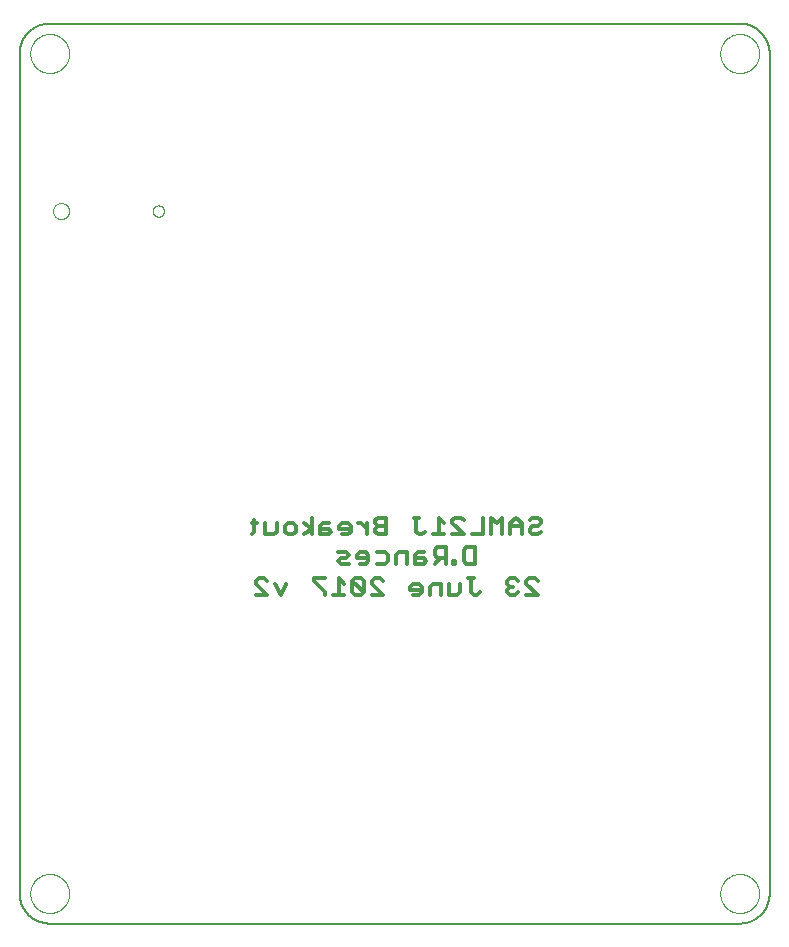
<source format=gbo>
G75*
%MOIN*%
%OFA0B0*%
%FSLAX25Y25*%
%IPPOS*%
%LPD*%
%AMOC8*
5,1,8,0,0,1.08239X$1,22.5*
%
%ADD10C,0.00600*%
%ADD11C,0.01400*%
%ADD12C,0.00000*%
D10*
X0037595Y0048933D02*
X0037595Y0328933D01*
X0037598Y0329175D01*
X0037607Y0329416D01*
X0037621Y0329657D01*
X0037642Y0329898D01*
X0037668Y0330138D01*
X0037700Y0330378D01*
X0037738Y0330617D01*
X0037781Y0330854D01*
X0037831Y0331091D01*
X0037886Y0331326D01*
X0037946Y0331560D01*
X0038013Y0331792D01*
X0038084Y0332023D01*
X0038162Y0332252D01*
X0038245Y0332479D01*
X0038333Y0332704D01*
X0038427Y0332927D01*
X0038526Y0333147D01*
X0038631Y0333365D01*
X0038740Y0333580D01*
X0038855Y0333793D01*
X0038975Y0334003D01*
X0039100Y0334209D01*
X0039230Y0334413D01*
X0039365Y0334614D01*
X0039505Y0334811D01*
X0039649Y0335005D01*
X0039798Y0335195D01*
X0039952Y0335381D01*
X0040110Y0335564D01*
X0040272Y0335743D01*
X0040439Y0335918D01*
X0040610Y0336089D01*
X0040785Y0336256D01*
X0040964Y0336418D01*
X0041147Y0336576D01*
X0041333Y0336730D01*
X0041523Y0336879D01*
X0041717Y0337023D01*
X0041914Y0337163D01*
X0042115Y0337298D01*
X0042319Y0337428D01*
X0042525Y0337553D01*
X0042735Y0337673D01*
X0042948Y0337788D01*
X0043163Y0337897D01*
X0043381Y0338002D01*
X0043601Y0338101D01*
X0043824Y0338195D01*
X0044049Y0338283D01*
X0044276Y0338366D01*
X0044505Y0338444D01*
X0044736Y0338515D01*
X0044968Y0338582D01*
X0045202Y0338642D01*
X0045437Y0338697D01*
X0045674Y0338747D01*
X0045911Y0338790D01*
X0046150Y0338828D01*
X0046390Y0338860D01*
X0046630Y0338886D01*
X0046871Y0338907D01*
X0047112Y0338921D01*
X0047353Y0338930D01*
X0047595Y0338933D01*
X0277595Y0338933D01*
X0277837Y0338930D01*
X0278078Y0338921D01*
X0278319Y0338907D01*
X0278560Y0338886D01*
X0278800Y0338860D01*
X0279040Y0338828D01*
X0279279Y0338790D01*
X0279516Y0338747D01*
X0279753Y0338697D01*
X0279988Y0338642D01*
X0280222Y0338582D01*
X0280454Y0338515D01*
X0280685Y0338444D01*
X0280914Y0338366D01*
X0281141Y0338283D01*
X0281366Y0338195D01*
X0281589Y0338101D01*
X0281809Y0338002D01*
X0282027Y0337897D01*
X0282242Y0337788D01*
X0282455Y0337673D01*
X0282665Y0337553D01*
X0282871Y0337428D01*
X0283075Y0337298D01*
X0283276Y0337163D01*
X0283473Y0337023D01*
X0283667Y0336879D01*
X0283857Y0336730D01*
X0284043Y0336576D01*
X0284226Y0336418D01*
X0284405Y0336256D01*
X0284580Y0336089D01*
X0284751Y0335918D01*
X0284918Y0335743D01*
X0285080Y0335564D01*
X0285238Y0335381D01*
X0285392Y0335195D01*
X0285541Y0335005D01*
X0285685Y0334811D01*
X0285825Y0334614D01*
X0285960Y0334413D01*
X0286090Y0334209D01*
X0286215Y0334003D01*
X0286335Y0333793D01*
X0286450Y0333580D01*
X0286559Y0333365D01*
X0286664Y0333147D01*
X0286763Y0332927D01*
X0286857Y0332704D01*
X0286945Y0332479D01*
X0287028Y0332252D01*
X0287106Y0332023D01*
X0287177Y0331792D01*
X0287244Y0331560D01*
X0287304Y0331326D01*
X0287359Y0331091D01*
X0287409Y0330854D01*
X0287452Y0330617D01*
X0287490Y0330378D01*
X0287522Y0330138D01*
X0287548Y0329898D01*
X0287569Y0329657D01*
X0287583Y0329416D01*
X0287592Y0329175D01*
X0287595Y0328933D01*
X0287595Y0048933D01*
X0287592Y0048691D01*
X0287583Y0048450D01*
X0287569Y0048209D01*
X0287548Y0047968D01*
X0287522Y0047728D01*
X0287490Y0047488D01*
X0287452Y0047249D01*
X0287409Y0047012D01*
X0287359Y0046775D01*
X0287304Y0046540D01*
X0287244Y0046306D01*
X0287177Y0046074D01*
X0287106Y0045843D01*
X0287028Y0045614D01*
X0286945Y0045387D01*
X0286857Y0045162D01*
X0286763Y0044939D01*
X0286664Y0044719D01*
X0286559Y0044501D01*
X0286450Y0044286D01*
X0286335Y0044073D01*
X0286215Y0043863D01*
X0286090Y0043657D01*
X0285960Y0043453D01*
X0285825Y0043252D01*
X0285685Y0043055D01*
X0285541Y0042861D01*
X0285392Y0042671D01*
X0285238Y0042485D01*
X0285080Y0042302D01*
X0284918Y0042123D01*
X0284751Y0041948D01*
X0284580Y0041777D01*
X0284405Y0041610D01*
X0284226Y0041448D01*
X0284043Y0041290D01*
X0283857Y0041136D01*
X0283667Y0040987D01*
X0283473Y0040843D01*
X0283276Y0040703D01*
X0283075Y0040568D01*
X0282871Y0040438D01*
X0282665Y0040313D01*
X0282455Y0040193D01*
X0282242Y0040078D01*
X0282027Y0039969D01*
X0281809Y0039864D01*
X0281589Y0039765D01*
X0281366Y0039671D01*
X0281141Y0039583D01*
X0280914Y0039500D01*
X0280685Y0039422D01*
X0280454Y0039351D01*
X0280222Y0039284D01*
X0279988Y0039224D01*
X0279753Y0039169D01*
X0279516Y0039119D01*
X0279279Y0039076D01*
X0279040Y0039038D01*
X0278800Y0039006D01*
X0278560Y0038980D01*
X0278319Y0038959D01*
X0278078Y0038945D01*
X0277837Y0038936D01*
X0277595Y0038933D01*
X0047595Y0038933D01*
X0047353Y0038936D01*
X0047112Y0038945D01*
X0046871Y0038959D01*
X0046630Y0038980D01*
X0046390Y0039006D01*
X0046150Y0039038D01*
X0045911Y0039076D01*
X0045674Y0039119D01*
X0045437Y0039169D01*
X0045202Y0039224D01*
X0044968Y0039284D01*
X0044736Y0039351D01*
X0044505Y0039422D01*
X0044276Y0039500D01*
X0044049Y0039583D01*
X0043824Y0039671D01*
X0043601Y0039765D01*
X0043381Y0039864D01*
X0043163Y0039969D01*
X0042948Y0040078D01*
X0042735Y0040193D01*
X0042525Y0040313D01*
X0042319Y0040438D01*
X0042115Y0040568D01*
X0041914Y0040703D01*
X0041717Y0040843D01*
X0041523Y0040987D01*
X0041333Y0041136D01*
X0041147Y0041290D01*
X0040964Y0041448D01*
X0040785Y0041610D01*
X0040610Y0041777D01*
X0040439Y0041948D01*
X0040272Y0042123D01*
X0040110Y0042302D01*
X0039952Y0042485D01*
X0039798Y0042671D01*
X0039649Y0042861D01*
X0039505Y0043055D01*
X0039365Y0043252D01*
X0039230Y0043453D01*
X0039100Y0043657D01*
X0038975Y0043863D01*
X0038855Y0044073D01*
X0038740Y0044286D01*
X0038631Y0044501D01*
X0038526Y0044719D01*
X0038427Y0044939D01*
X0038333Y0045162D01*
X0038245Y0045387D01*
X0038162Y0045614D01*
X0038084Y0045843D01*
X0038013Y0046074D01*
X0037946Y0046306D01*
X0037886Y0046540D01*
X0037831Y0046775D01*
X0037781Y0047012D01*
X0037738Y0047249D01*
X0037700Y0047488D01*
X0037668Y0047728D01*
X0037642Y0047968D01*
X0037621Y0048209D01*
X0037607Y0048450D01*
X0037598Y0048691D01*
X0037595Y0048933D01*
D11*
X0116263Y0148383D02*
X0119999Y0148383D01*
X0116263Y0152120D01*
X0116263Y0153054D01*
X0117197Y0153988D01*
X0119065Y0153988D01*
X0119999Y0153054D01*
X0122708Y0152120D02*
X0124577Y0148383D01*
X0126445Y0152120D01*
X0135599Y0153054D02*
X0139336Y0149317D01*
X0139336Y0148383D01*
X0142045Y0148383D02*
X0145781Y0148383D01*
X0143913Y0148383D02*
X0143913Y0153988D01*
X0145781Y0152120D01*
X0148490Y0153054D02*
X0148490Y0149317D01*
X0149425Y0148383D01*
X0151293Y0148383D01*
X0152227Y0149317D01*
X0148490Y0153054D01*
X0149425Y0153988D01*
X0151293Y0153988D01*
X0152227Y0153054D01*
X0152227Y0149317D01*
X0154936Y0148383D02*
X0158672Y0148383D01*
X0154936Y0152120D01*
X0154936Y0153054D01*
X0155870Y0153988D01*
X0157738Y0153988D01*
X0158672Y0153054D01*
X0159350Y0158883D02*
X0156547Y0158883D01*
X0159350Y0158883D02*
X0160284Y0159817D01*
X0160284Y0161685D01*
X0159350Y0162620D01*
X0156547Y0162620D01*
X0153838Y0161685D02*
X0153838Y0159817D01*
X0152904Y0158883D01*
X0151036Y0158883D01*
X0150102Y0160751D02*
X0153838Y0160751D01*
X0153838Y0161685D02*
X0152904Y0162620D01*
X0151036Y0162620D01*
X0150102Y0161685D01*
X0150102Y0160751D01*
X0147393Y0161685D02*
X0146459Y0162620D01*
X0143656Y0162620D01*
X0144590Y0160751D02*
X0146459Y0160751D01*
X0147393Y0161685D01*
X0147393Y0158883D02*
X0144590Y0158883D01*
X0143656Y0159817D01*
X0144590Y0160751D01*
X0139336Y0153988D02*
X0135599Y0153988D01*
X0135599Y0153054D01*
X0135039Y0168633D02*
X0135039Y0174238D01*
X0132237Y0172370D02*
X0135039Y0170501D01*
X0132237Y0168633D01*
X0129668Y0169567D02*
X0128734Y0168633D01*
X0126865Y0168633D01*
X0125931Y0169567D01*
X0125931Y0171435D01*
X0126865Y0172370D01*
X0128734Y0172370D01*
X0129668Y0171435D01*
X0129668Y0169567D01*
X0123222Y0169567D02*
X0122288Y0168633D01*
X0119486Y0168633D01*
X0119486Y0172370D01*
X0116777Y0172370D02*
X0114908Y0172370D01*
X0115843Y0173304D02*
X0115843Y0169567D01*
X0114908Y0168633D01*
X0123222Y0169567D02*
X0123222Y0172370D01*
X0137748Y0171435D02*
X0137748Y0168633D01*
X0140550Y0168633D01*
X0141484Y0169567D01*
X0140550Y0170501D01*
X0137748Y0170501D01*
X0137748Y0171435D02*
X0138682Y0172370D01*
X0140550Y0172370D01*
X0144193Y0171435D02*
X0144193Y0170501D01*
X0147930Y0170501D01*
X0147930Y0169567D02*
X0147930Y0171435D01*
X0146996Y0172370D01*
X0145128Y0172370D01*
X0144193Y0171435D01*
X0145128Y0168633D02*
X0146996Y0168633D01*
X0147930Y0169567D01*
X0150499Y0172370D02*
X0151433Y0172370D01*
X0153301Y0170501D01*
X0153301Y0168633D02*
X0153301Y0172370D01*
X0156010Y0172370D02*
X0156944Y0171435D01*
X0159747Y0171435D01*
X0159747Y0168633D02*
X0156944Y0168633D01*
X0156010Y0169567D01*
X0156010Y0170501D01*
X0156944Y0171435D01*
X0156010Y0172370D02*
X0156010Y0173304D01*
X0156944Y0174238D01*
X0159747Y0174238D01*
X0159747Y0168633D01*
X0163927Y0162620D02*
X0162993Y0161685D01*
X0162993Y0158883D01*
X0166729Y0158883D02*
X0166729Y0162620D01*
X0163927Y0162620D01*
X0169438Y0161685D02*
X0169438Y0158883D01*
X0172241Y0158883D01*
X0173175Y0159817D01*
X0172241Y0160751D01*
X0169438Y0160751D01*
X0169438Y0161685D02*
X0170372Y0162620D01*
X0172241Y0162620D01*
X0175884Y0163554D02*
X0175884Y0161685D01*
X0176818Y0160751D01*
X0179620Y0160751D01*
X0179620Y0158883D02*
X0179620Y0164488D01*
X0176818Y0164488D01*
X0175884Y0163554D01*
X0177752Y0160751D02*
X0175884Y0158883D01*
X0181909Y0158883D02*
X0182843Y0158883D01*
X0182843Y0159817D01*
X0181909Y0159817D01*
X0181909Y0158883D01*
X0185552Y0159817D02*
X0185552Y0163554D01*
X0186486Y0164488D01*
X0189289Y0164488D01*
X0189289Y0158883D01*
X0186486Y0158883D01*
X0185552Y0159817D01*
X0187163Y0153988D02*
X0189032Y0153988D01*
X0188098Y0153988D02*
X0188098Y0149317D01*
X0189032Y0148383D01*
X0189966Y0148383D01*
X0190900Y0149317D01*
X0184454Y0149317D02*
X0183520Y0148383D01*
X0180718Y0148383D01*
X0180718Y0152120D01*
X0178009Y0152120D02*
X0178009Y0148383D01*
X0174272Y0148383D02*
X0174272Y0151185D01*
X0175207Y0152120D01*
X0178009Y0152120D01*
X0184454Y0152120D02*
X0184454Y0149317D01*
X0171563Y0149317D02*
X0171563Y0151185D01*
X0170629Y0152120D01*
X0168761Y0152120D01*
X0167827Y0151185D01*
X0167827Y0150251D01*
X0171563Y0150251D01*
X0171563Y0149317D02*
X0170629Y0148383D01*
X0168761Y0148383D01*
X0170769Y0168633D02*
X0169835Y0169567D01*
X0169835Y0174238D01*
X0170769Y0174238D02*
X0168901Y0174238D01*
X0170769Y0168633D02*
X0171704Y0168633D01*
X0172638Y0169567D01*
X0175347Y0168633D02*
X0179083Y0168633D01*
X0177215Y0168633D02*
X0177215Y0174238D01*
X0179083Y0172370D01*
X0181792Y0172370D02*
X0181792Y0173304D01*
X0182726Y0174238D01*
X0184595Y0174238D01*
X0185529Y0173304D01*
X0181792Y0172370D02*
X0185529Y0168633D01*
X0181792Y0168633D01*
X0188238Y0168633D02*
X0191974Y0168633D01*
X0191974Y0174238D01*
X0194683Y0174238D02*
X0194683Y0168633D01*
X0198420Y0168633D02*
X0198420Y0174238D01*
X0196551Y0172370D01*
X0194683Y0174238D01*
X0201129Y0172370D02*
X0201129Y0168633D01*
X0201129Y0171435D02*
X0204865Y0171435D01*
X0204865Y0172370D02*
X0204865Y0168633D01*
X0207574Y0169567D02*
X0208508Y0168633D01*
X0210377Y0168633D01*
X0211311Y0169567D01*
X0210377Y0171435D02*
X0208508Y0171435D01*
X0207574Y0170501D01*
X0207574Y0169567D01*
X0210377Y0171435D02*
X0211311Y0172370D01*
X0211311Y0173304D01*
X0210377Y0174238D01*
X0208508Y0174238D01*
X0207574Y0173304D01*
X0204865Y0172370D02*
X0202997Y0174238D01*
X0201129Y0172370D01*
X0200989Y0153988D02*
X0200054Y0153054D01*
X0200054Y0152120D01*
X0200989Y0151185D01*
X0200054Y0150251D01*
X0200054Y0149317D01*
X0200989Y0148383D01*
X0202857Y0148383D01*
X0203791Y0149317D01*
X0201923Y0151185D02*
X0200989Y0151185D01*
X0200989Y0153988D02*
X0202857Y0153988D01*
X0203791Y0153054D01*
X0206500Y0153054D02*
X0207434Y0153988D01*
X0209302Y0153988D01*
X0210236Y0153054D01*
X0206500Y0153054D02*
X0206500Y0152120D01*
X0210236Y0148383D01*
X0206500Y0148383D01*
D12*
X0271099Y0048933D02*
X0271101Y0049094D01*
X0271107Y0049254D01*
X0271117Y0049415D01*
X0271131Y0049575D01*
X0271149Y0049734D01*
X0271170Y0049894D01*
X0271196Y0050052D01*
X0271226Y0050210D01*
X0271259Y0050367D01*
X0271297Y0050524D01*
X0271338Y0050679D01*
X0271383Y0050833D01*
X0271432Y0050986D01*
X0271485Y0051138D01*
X0271541Y0051288D01*
X0271601Y0051437D01*
X0271665Y0051585D01*
X0271732Y0051731D01*
X0271803Y0051875D01*
X0271878Y0052017D01*
X0271956Y0052158D01*
X0272037Y0052296D01*
X0272122Y0052433D01*
X0272211Y0052567D01*
X0272302Y0052699D01*
X0272397Y0052829D01*
X0272495Y0052956D01*
X0272596Y0053081D01*
X0272700Y0053204D01*
X0272807Y0053323D01*
X0272917Y0053440D01*
X0273030Y0053555D01*
X0273146Y0053666D01*
X0273264Y0053775D01*
X0273385Y0053880D01*
X0273509Y0053983D01*
X0273635Y0054083D01*
X0273764Y0054179D01*
X0273895Y0054272D01*
X0274028Y0054362D01*
X0274163Y0054449D01*
X0274301Y0054532D01*
X0274440Y0054611D01*
X0274582Y0054688D01*
X0274725Y0054761D01*
X0274870Y0054830D01*
X0275017Y0054895D01*
X0275165Y0054957D01*
X0275315Y0055016D01*
X0275466Y0055070D01*
X0275618Y0055121D01*
X0275772Y0055168D01*
X0275927Y0055211D01*
X0276082Y0055250D01*
X0276239Y0055286D01*
X0276397Y0055318D01*
X0276555Y0055345D01*
X0276714Y0055369D01*
X0276873Y0055389D01*
X0277033Y0055405D01*
X0277194Y0055417D01*
X0277354Y0055425D01*
X0277515Y0055429D01*
X0277675Y0055429D01*
X0277836Y0055425D01*
X0277996Y0055417D01*
X0278157Y0055405D01*
X0278317Y0055389D01*
X0278476Y0055369D01*
X0278635Y0055345D01*
X0278793Y0055318D01*
X0278951Y0055286D01*
X0279108Y0055250D01*
X0279263Y0055211D01*
X0279418Y0055168D01*
X0279572Y0055121D01*
X0279724Y0055070D01*
X0279875Y0055016D01*
X0280025Y0054957D01*
X0280173Y0054895D01*
X0280320Y0054830D01*
X0280465Y0054761D01*
X0280608Y0054688D01*
X0280750Y0054611D01*
X0280889Y0054532D01*
X0281027Y0054449D01*
X0281162Y0054362D01*
X0281295Y0054272D01*
X0281426Y0054179D01*
X0281555Y0054083D01*
X0281681Y0053983D01*
X0281805Y0053880D01*
X0281926Y0053775D01*
X0282044Y0053666D01*
X0282160Y0053555D01*
X0282273Y0053440D01*
X0282383Y0053323D01*
X0282490Y0053204D01*
X0282594Y0053081D01*
X0282695Y0052956D01*
X0282793Y0052829D01*
X0282888Y0052699D01*
X0282979Y0052567D01*
X0283068Y0052433D01*
X0283153Y0052296D01*
X0283234Y0052158D01*
X0283312Y0052017D01*
X0283387Y0051875D01*
X0283458Y0051731D01*
X0283525Y0051585D01*
X0283589Y0051437D01*
X0283649Y0051288D01*
X0283705Y0051138D01*
X0283758Y0050986D01*
X0283807Y0050833D01*
X0283852Y0050679D01*
X0283893Y0050524D01*
X0283931Y0050367D01*
X0283964Y0050210D01*
X0283994Y0050052D01*
X0284020Y0049894D01*
X0284041Y0049734D01*
X0284059Y0049575D01*
X0284073Y0049415D01*
X0284083Y0049254D01*
X0284089Y0049094D01*
X0284091Y0048933D01*
X0284089Y0048772D01*
X0284083Y0048612D01*
X0284073Y0048451D01*
X0284059Y0048291D01*
X0284041Y0048132D01*
X0284020Y0047972D01*
X0283994Y0047814D01*
X0283964Y0047656D01*
X0283931Y0047499D01*
X0283893Y0047342D01*
X0283852Y0047187D01*
X0283807Y0047033D01*
X0283758Y0046880D01*
X0283705Y0046728D01*
X0283649Y0046578D01*
X0283589Y0046429D01*
X0283525Y0046281D01*
X0283458Y0046135D01*
X0283387Y0045991D01*
X0283312Y0045849D01*
X0283234Y0045708D01*
X0283153Y0045570D01*
X0283068Y0045433D01*
X0282979Y0045299D01*
X0282888Y0045167D01*
X0282793Y0045037D01*
X0282695Y0044910D01*
X0282594Y0044785D01*
X0282490Y0044662D01*
X0282383Y0044543D01*
X0282273Y0044426D01*
X0282160Y0044311D01*
X0282044Y0044200D01*
X0281926Y0044091D01*
X0281805Y0043986D01*
X0281681Y0043883D01*
X0281555Y0043783D01*
X0281426Y0043687D01*
X0281295Y0043594D01*
X0281162Y0043504D01*
X0281027Y0043417D01*
X0280889Y0043334D01*
X0280750Y0043255D01*
X0280608Y0043178D01*
X0280465Y0043105D01*
X0280320Y0043036D01*
X0280173Y0042971D01*
X0280025Y0042909D01*
X0279875Y0042850D01*
X0279724Y0042796D01*
X0279572Y0042745D01*
X0279418Y0042698D01*
X0279263Y0042655D01*
X0279108Y0042616D01*
X0278951Y0042580D01*
X0278793Y0042548D01*
X0278635Y0042521D01*
X0278476Y0042497D01*
X0278317Y0042477D01*
X0278157Y0042461D01*
X0277996Y0042449D01*
X0277836Y0042441D01*
X0277675Y0042437D01*
X0277515Y0042437D01*
X0277354Y0042441D01*
X0277194Y0042449D01*
X0277033Y0042461D01*
X0276873Y0042477D01*
X0276714Y0042497D01*
X0276555Y0042521D01*
X0276397Y0042548D01*
X0276239Y0042580D01*
X0276082Y0042616D01*
X0275927Y0042655D01*
X0275772Y0042698D01*
X0275618Y0042745D01*
X0275466Y0042796D01*
X0275315Y0042850D01*
X0275165Y0042909D01*
X0275017Y0042971D01*
X0274870Y0043036D01*
X0274725Y0043105D01*
X0274582Y0043178D01*
X0274440Y0043255D01*
X0274301Y0043334D01*
X0274163Y0043417D01*
X0274028Y0043504D01*
X0273895Y0043594D01*
X0273764Y0043687D01*
X0273635Y0043783D01*
X0273509Y0043883D01*
X0273385Y0043986D01*
X0273264Y0044091D01*
X0273146Y0044200D01*
X0273030Y0044311D01*
X0272917Y0044426D01*
X0272807Y0044543D01*
X0272700Y0044662D01*
X0272596Y0044785D01*
X0272495Y0044910D01*
X0272397Y0045037D01*
X0272302Y0045167D01*
X0272211Y0045299D01*
X0272122Y0045433D01*
X0272037Y0045570D01*
X0271956Y0045708D01*
X0271878Y0045849D01*
X0271803Y0045991D01*
X0271732Y0046135D01*
X0271665Y0046281D01*
X0271601Y0046429D01*
X0271541Y0046578D01*
X0271485Y0046728D01*
X0271432Y0046880D01*
X0271383Y0047033D01*
X0271338Y0047187D01*
X0271297Y0047342D01*
X0271259Y0047499D01*
X0271226Y0047656D01*
X0271196Y0047814D01*
X0271170Y0047972D01*
X0271149Y0048132D01*
X0271131Y0048291D01*
X0271117Y0048451D01*
X0271107Y0048612D01*
X0271101Y0048772D01*
X0271099Y0048933D01*
X0081946Y0276433D02*
X0081948Y0276519D01*
X0081954Y0276606D01*
X0081964Y0276691D01*
X0081978Y0276777D01*
X0081996Y0276861D01*
X0082017Y0276945D01*
X0082043Y0277027D01*
X0082072Y0277109D01*
X0082105Y0277188D01*
X0082142Y0277267D01*
X0082182Y0277343D01*
X0082226Y0277417D01*
X0082273Y0277490D01*
X0082324Y0277560D01*
X0082377Y0277628D01*
X0082434Y0277693D01*
X0082494Y0277755D01*
X0082556Y0277815D01*
X0082621Y0277872D01*
X0082689Y0277925D01*
X0082759Y0277976D01*
X0082832Y0278023D01*
X0082906Y0278067D01*
X0082982Y0278107D01*
X0083061Y0278144D01*
X0083140Y0278177D01*
X0083222Y0278206D01*
X0083304Y0278232D01*
X0083388Y0278253D01*
X0083472Y0278271D01*
X0083558Y0278285D01*
X0083643Y0278295D01*
X0083730Y0278301D01*
X0083816Y0278303D01*
X0083902Y0278301D01*
X0083989Y0278295D01*
X0084074Y0278285D01*
X0084160Y0278271D01*
X0084244Y0278253D01*
X0084328Y0278232D01*
X0084410Y0278206D01*
X0084492Y0278177D01*
X0084571Y0278144D01*
X0084650Y0278107D01*
X0084726Y0278067D01*
X0084800Y0278023D01*
X0084873Y0277976D01*
X0084943Y0277925D01*
X0085011Y0277872D01*
X0085076Y0277815D01*
X0085138Y0277755D01*
X0085198Y0277693D01*
X0085255Y0277628D01*
X0085308Y0277560D01*
X0085359Y0277490D01*
X0085406Y0277417D01*
X0085450Y0277343D01*
X0085490Y0277267D01*
X0085527Y0277188D01*
X0085560Y0277109D01*
X0085589Y0277027D01*
X0085615Y0276945D01*
X0085636Y0276861D01*
X0085654Y0276777D01*
X0085668Y0276691D01*
X0085678Y0276606D01*
X0085684Y0276519D01*
X0085686Y0276433D01*
X0085684Y0276347D01*
X0085678Y0276260D01*
X0085668Y0276175D01*
X0085654Y0276089D01*
X0085636Y0276005D01*
X0085615Y0275921D01*
X0085589Y0275839D01*
X0085560Y0275757D01*
X0085527Y0275678D01*
X0085490Y0275599D01*
X0085450Y0275523D01*
X0085406Y0275449D01*
X0085359Y0275376D01*
X0085308Y0275306D01*
X0085255Y0275238D01*
X0085198Y0275173D01*
X0085138Y0275111D01*
X0085076Y0275051D01*
X0085011Y0274994D01*
X0084943Y0274941D01*
X0084873Y0274890D01*
X0084800Y0274843D01*
X0084726Y0274799D01*
X0084650Y0274759D01*
X0084571Y0274722D01*
X0084492Y0274689D01*
X0084410Y0274660D01*
X0084328Y0274634D01*
X0084244Y0274613D01*
X0084160Y0274595D01*
X0084074Y0274581D01*
X0083989Y0274571D01*
X0083902Y0274565D01*
X0083816Y0274563D01*
X0083730Y0274565D01*
X0083643Y0274571D01*
X0083558Y0274581D01*
X0083472Y0274595D01*
X0083388Y0274613D01*
X0083304Y0274634D01*
X0083222Y0274660D01*
X0083140Y0274689D01*
X0083061Y0274722D01*
X0082982Y0274759D01*
X0082906Y0274799D01*
X0082832Y0274843D01*
X0082759Y0274890D01*
X0082689Y0274941D01*
X0082621Y0274994D01*
X0082556Y0275051D01*
X0082494Y0275111D01*
X0082434Y0275173D01*
X0082377Y0275238D01*
X0082324Y0275306D01*
X0082273Y0275376D01*
X0082226Y0275449D01*
X0082182Y0275523D01*
X0082142Y0275599D01*
X0082105Y0275678D01*
X0082072Y0275757D01*
X0082043Y0275839D01*
X0082017Y0275921D01*
X0081996Y0276005D01*
X0081978Y0276089D01*
X0081964Y0276175D01*
X0081954Y0276260D01*
X0081948Y0276347D01*
X0081946Y0276433D01*
X0048718Y0276433D02*
X0048720Y0276536D01*
X0048726Y0276639D01*
X0048736Y0276741D01*
X0048750Y0276844D01*
X0048768Y0276945D01*
X0048790Y0277046D01*
X0048815Y0277146D01*
X0048845Y0277244D01*
X0048878Y0277342D01*
X0048915Y0277438D01*
X0048956Y0277532D01*
X0049001Y0277625D01*
X0049049Y0277717D01*
X0049100Y0277806D01*
X0049155Y0277893D01*
X0049213Y0277978D01*
X0049275Y0278061D01*
X0049340Y0278141D01*
X0049407Y0278219D01*
X0049478Y0278293D01*
X0049552Y0278366D01*
X0049628Y0278435D01*
X0049707Y0278501D01*
X0049788Y0278564D01*
X0049872Y0278624D01*
X0049958Y0278681D01*
X0050046Y0278734D01*
X0050137Y0278784D01*
X0050229Y0278830D01*
X0050323Y0278873D01*
X0050418Y0278912D01*
X0050515Y0278947D01*
X0050613Y0278978D01*
X0050712Y0279006D01*
X0050813Y0279030D01*
X0050914Y0279050D01*
X0051015Y0279066D01*
X0051118Y0279078D01*
X0051221Y0279086D01*
X0051323Y0279090D01*
X0051427Y0279090D01*
X0051529Y0279086D01*
X0051632Y0279078D01*
X0051735Y0279066D01*
X0051836Y0279050D01*
X0051937Y0279030D01*
X0052038Y0279006D01*
X0052137Y0278978D01*
X0052235Y0278947D01*
X0052332Y0278912D01*
X0052427Y0278873D01*
X0052521Y0278830D01*
X0052613Y0278784D01*
X0052703Y0278734D01*
X0052792Y0278681D01*
X0052878Y0278624D01*
X0052962Y0278564D01*
X0053043Y0278501D01*
X0053122Y0278435D01*
X0053198Y0278366D01*
X0053272Y0278293D01*
X0053343Y0278219D01*
X0053410Y0278141D01*
X0053475Y0278061D01*
X0053537Y0277978D01*
X0053595Y0277893D01*
X0053650Y0277806D01*
X0053701Y0277717D01*
X0053749Y0277625D01*
X0053794Y0277532D01*
X0053835Y0277438D01*
X0053872Y0277342D01*
X0053905Y0277244D01*
X0053935Y0277146D01*
X0053960Y0277046D01*
X0053982Y0276945D01*
X0054000Y0276844D01*
X0054014Y0276741D01*
X0054024Y0276639D01*
X0054030Y0276536D01*
X0054032Y0276433D01*
X0054030Y0276330D01*
X0054024Y0276227D01*
X0054014Y0276125D01*
X0054000Y0276022D01*
X0053982Y0275921D01*
X0053960Y0275820D01*
X0053935Y0275720D01*
X0053905Y0275622D01*
X0053872Y0275524D01*
X0053835Y0275428D01*
X0053794Y0275334D01*
X0053749Y0275241D01*
X0053701Y0275149D01*
X0053650Y0275060D01*
X0053595Y0274973D01*
X0053537Y0274888D01*
X0053475Y0274805D01*
X0053410Y0274725D01*
X0053343Y0274647D01*
X0053272Y0274573D01*
X0053198Y0274500D01*
X0053122Y0274431D01*
X0053043Y0274365D01*
X0052962Y0274302D01*
X0052878Y0274242D01*
X0052792Y0274185D01*
X0052704Y0274132D01*
X0052613Y0274082D01*
X0052521Y0274036D01*
X0052427Y0273993D01*
X0052332Y0273954D01*
X0052235Y0273919D01*
X0052137Y0273888D01*
X0052038Y0273860D01*
X0051937Y0273836D01*
X0051836Y0273816D01*
X0051735Y0273800D01*
X0051632Y0273788D01*
X0051529Y0273780D01*
X0051427Y0273776D01*
X0051323Y0273776D01*
X0051221Y0273780D01*
X0051118Y0273788D01*
X0051015Y0273800D01*
X0050914Y0273816D01*
X0050813Y0273836D01*
X0050712Y0273860D01*
X0050613Y0273888D01*
X0050515Y0273919D01*
X0050418Y0273954D01*
X0050323Y0273993D01*
X0050229Y0274036D01*
X0050137Y0274082D01*
X0050047Y0274132D01*
X0049958Y0274185D01*
X0049872Y0274242D01*
X0049788Y0274302D01*
X0049707Y0274365D01*
X0049628Y0274431D01*
X0049552Y0274500D01*
X0049478Y0274573D01*
X0049407Y0274647D01*
X0049340Y0274725D01*
X0049275Y0274805D01*
X0049213Y0274888D01*
X0049155Y0274973D01*
X0049100Y0275060D01*
X0049049Y0275149D01*
X0049001Y0275241D01*
X0048956Y0275334D01*
X0048915Y0275428D01*
X0048878Y0275524D01*
X0048845Y0275622D01*
X0048815Y0275720D01*
X0048790Y0275820D01*
X0048768Y0275921D01*
X0048750Y0276022D01*
X0048736Y0276125D01*
X0048726Y0276227D01*
X0048720Y0276330D01*
X0048718Y0276433D01*
X0041099Y0328933D02*
X0041101Y0329094D01*
X0041107Y0329254D01*
X0041117Y0329415D01*
X0041131Y0329575D01*
X0041149Y0329734D01*
X0041170Y0329894D01*
X0041196Y0330052D01*
X0041226Y0330210D01*
X0041259Y0330367D01*
X0041297Y0330524D01*
X0041338Y0330679D01*
X0041383Y0330833D01*
X0041432Y0330986D01*
X0041485Y0331138D01*
X0041541Y0331288D01*
X0041601Y0331437D01*
X0041665Y0331585D01*
X0041732Y0331731D01*
X0041803Y0331875D01*
X0041878Y0332017D01*
X0041956Y0332158D01*
X0042037Y0332296D01*
X0042122Y0332433D01*
X0042211Y0332567D01*
X0042302Y0332699D01*
X0042397Y0332829D01*
X0042495Y0332956D01*
X0042596Y0333081D01*
X0042700Y0333204D01*
X0042807Y0333323D01*
X0042917Y0333440D01*
X0043030Y0333555D01*
X0043146Y0333666D01*
X0043264Y0333775D01*
X0043385Y0333880D01*
X0043509Y0333983D01*
X0043635Y0334083D01*
X0043764Y0334179D01*
X0043895Y0334272D01*
X0044028Y0334362D01*
X0044163Y0334449D01*
X0044301Y0334532D01*
X0044440Y0334611D01*
X0044582Y0334688D01*
X0044725Y0334761D01*
X0044870Y0334830D01*
X0045017Y0334895D01*
X0045165Y0334957D01*
X0045315Y0335016D01*
X0045466Y0335070D01*
X0045618Y0335121D01*
X0045772Y0335168D01*
X0045927Y0335211D01*
X0046082Y0335250D01*
X0046239Y0335286D01*
X0046397Y0335318D01*
X0046555Y0335345D01*
X0046714Y0335369D01*
X0046873Y0335389D01*
X0047033Y0335405D01*
X0047194Y0335417D01*
X0047354Y0335425D01*
X0047515Y0335429D01*
X0047675Y0335429D01*
X0047836Y0335425D01*
X0047996Y0335417D01*
X0048157Y0335405D01*
X0048317Y0335389D01*
X0048476Y0335369D01*
X0048635Y0335345D01*
X0048793Y0335318D01*
X0048951Y0335286D01*
X0049108Y0335250D01*
X0049263Y0335211D01*
X0049418Y0335168D01*
X0049572Y0335121D01*
X0049724Y0335070D01*
X0049875Y0335016D01*
X0050025Y0334957D01*
X0050173Y0334895D01*
X0050320Y0334830D01*
X0050465Y0334761D01*
X0050608Y0334688D01*
X0050750Y0334611D01*
X0050889Y0334532D01*
X0051027Y0334449D01*
X0051162Y0334362D01*
X0051295Y0334272D01*
X0051426Y0334179D01*
X0051555Y0334083D01*
X0051681Y0333983D01*
X0051805Y0333880D01*
X0051926Y0333775D01*
X0052044Y0333666D01*
X0052160Y0333555D01*
X0052273Y0333440D01*
X0052383Y0333323D01*
X0052490Y0333204D01*
X0052594Y0333081D01*
X0052695Y0332956D01*
X0052793Y0332829D01*
X0052888Y0332699D01*
X0052979Y0332567D01*
X0053068Y0332433D01*
X0053153Y0332296D01*
X0053234Y0332158D01*
X0053312Y0332017D01*
X0053387Y0331875D01*
X0053458Y0331731D01*
X0053525Y0331585D01*
X0053589Y0331437D01*
X0053649Y0331288D01*
X0053705Y0331138D01*
X0053758Y0330986D01*
X0053807Y0330833D01*
X0053852Y0330679D01*
X0053893Y0330524D01*
X0053931Y0330367D01*
X0053964Y0330210D01*
X0053994Y0330052D01*
X0054020Y0329894D01*
X0054041Y0329734D01*
X0054059Y0329575D01*
X0054073Y0329415D01*
X0054083Y0329254D01*
X0054089Y0329094D01*
X0054091Y0328933D01*
X0054089Y0328772D01*
X0054083Y0328612D01*
X0054073Y0328451D01*
X0054059Y0328291D01*
X0054041Y0328132D01*
X0054020Y0327972D01*
X0053994Y0327814D01*
X0053964Y0327656D01*
X0053931Y0327499D01*
X0053893Y0327342D01*
X0053852Y0327187D01*
X0053807Y0327033D01*
X0053758Y0326880D01*
X0053705Y0326728D01*
X0053649Y0326578D01*
X0053589Y0326429D01*
X0053525Y0326281D01*
X0053458Y0326135D01*
X0053387Y0325991D01*
X0053312Y0325849D01*
X0053234Y0325708D01*
X0053153Y0325570D01*
X0053068Y0325433D01*
X0052979Y0325299D01*
X0052888Y0325167D01*
X0052793Y0325037D01*
X0052695Y0324910D01*
X0052594Y0324785D01*
X0052490Y0324662D01*
X0052383Y0324543D01*
X0052273Y0324426D01*
X0052160Y0324311D01*
X0052044Y0324200D01*
X0051926Y0324091D01*
X0051805Y0323986D01*
X0051681Y0323883D01*
X0051555Y0323783D01*
X0051426Y0323687D01*
X0051295Y0323594D01*
X0051162Y0323504D01*
X0051027Y0323417D01*
X0050889Y0323334D01*
X0050750Y0323255D01*
X0050608Y0323178D01*
X0050465Y0323105D01*
X0050320Y0323036D01*
X0050173Y0322971D01*
X0050025Y0322909D01*
X0049875Y0322850D01*
X0049724Y0322796D01*
X0049572Y0322745D01*
X0049418Y0322698D01*
X0049263Y0322655D01*
X0049108Y0322616D01*
X0048951Y0322580D01*
X0048793Y0322548D01*
X0048635Y0322521D01*
X0048476Y0322497D01*
X0048317Y0322477D01*
X0048157Y0322461D01*
X0047996Y0322449D01*
X0047836Y0322441D01*
X0047675Y0322437D01*
X0047515Y0322437D01*
X0047354Y0322441D01*
X0047194Y0322449D01*
X0047033Y0322461D01*
X0046873Y0322477D01*
X0046714Y0322497D01*
X0046555Y0322521D01*
X0046397Y0322548D01*
X0046239Y0322580D01*
X0046082Y0322616D01*
X0045927Y0322655D01*
X0045772Y0322698D01*
X0045618Y0322745D01*
X0045466Y0322796D01*
X0045315Y0322850D01*
X0045165Y0322909D01*
X0045017Y0322971D01*
X0044870Y0323036D01*
X0044725Y0323105D01*
X0044582Y0323178D01*
X0044440Y0323255D01*
X0044301Y0323334D01*
X0044163Y0323417D01*
X0044028Y0323504D01*
X0043895Y0323594D01*
X0043764Y0323687D01*
X0043635Y0323783D01*
X0043509Y0323883D01*
X0043385Y0323986D01*
X0043264Y0324091D01*
X0043146Y0324200D01*
X0043030Y0324311D01*
X0042917Y0324426D01*
X0042807Y0324543D01*
X0042700Y0324662D01*
X0042596Y0324785D01*
X0042495Y0324910D01*
X0042397Y0325037D01*
X0042302Y0325167D01*
X0042211Y0325299D01*
X0042122Y0325433D01*
X0042037Y0325570D01*
X0041956Y0325708D01*
X0041878Y0325849D01*
X0041803Y0325991D01*
X0041732Y0326135D01*
X0041665Y0326281D01*
X0041601Y0326429D01*
X0041541Y0326578D01*
X0041485Y0326728D01*
X0041432Y0326880D01*
X0041383Y0327033D01*
X0041338Y0327187D01*
X0041297Y0327342D01*
X0041259Y0327499D01*
X0041226Y0327656D01*
X0041196Y0327814D01*
X0041170Y0327972D01*
X0041149Y0328132D01*
X0041131Y0328291D01*
X0041117Y0328451D01*
X0041107Y0328612D01*
X0041101Y0328772D01*
X0041099Y0328933D01*
X0271099Y0328933D02*
X0271101Y0329094D01*
X0271107Y0329254D01*
X0271117Y0329415D01*
X0271131Y0329575D01*
X0271149Y0329734D01*
X0271170Y0329894D01*
X0271196Y0330052D01*
X0271226Y0330210D01*
X0271259Y0330367D01*
X0271297Y0330524D01*
X0271338Y0330679D01*
X0271383Y0330833D01*
X0271432Y0330986D01*
X0271485Y0331138D01*
X0271541Y0331288D01*
X0271601Y0331437D01*
X0271665Y0331585D01*
X0271732Y0331731D01*
X0271803Y0331875D01*
X0271878Y0332017D01*
X0271956Y0332158D01*
X0272037Y0332296D01*
X0272122Y0332433D01*
X0272211Y0332567D01*
X0272302Y0332699D01*
X0272397Y0332829D01*
X0272495Y0332956D01*
X0272596Y0333081D01*
X0272700Y0333204D01*
X0272807Y0333323D01*
X0272917Y0333440D01*
X0273030Y0333555D01*
X0273146Y0333666D01*
X0273264Y0333775D01*
X0273385Y0333880D01*
X0273509Y0333983D01*
X0273635Y0334083D01*
X0273764Y0334179D01*
X0273895Y0334272D01*
X0274028Y0334362D01*
X0274163Y0334449D01*
X0274301Y0334532D01*
X0274440Y0334611D01*
X0274582Y0334688D01*
X0274725Y0334761D01*
X0274870Y0334830D01*
X0275017Y0334895D01*
X0275165Y0334957D01*
X0275315Y0335016D01*
X0275466Y0335070D01*
X0275618Y0335121D01*
X0275772Y0335168D01*
X0275927Y0335211D01*
X0276082Y0335250D01*
X0276239Y0335286D01*
X0276397Y0335318D01*
X0276555Y0335345D01*
X0276714Y0335369D01*
X0276873Y0335389D01*
X0277033Y0335405D01*
X0277194Y0335417D01*
X0277354Y0335425D01*
X0277515Y0335429D01*
X0277675Y0335429D01*
X0277836Y0335425D01*
X0277996Y0335417D01*
X0278157Y0335405D01*
X0278317Y0335389D01*
X0278476Y0335369D01*
X0278635Y0335345D01*
X0278793Y0335318D01*
X0278951Y0335286D01*
X0279108Y0335250D01*
X0279263Y0335211D01*
X0279418Y0335168D01*
X0279572Y0335121D01*
X0279724Y0335070D01*
X0279875Y0335016D01*
X0280025Y0334957D01*
X0280173Y0334895D01*
X0280320Y0334830D01*
X0280465Y0334761D01*
X0280608Y0334688D01*
X0280750Y0334611D01*
X0280889Y0334532D01*
X0281027Y0334449D01*
X0281162Y0334362D01*
X0281295Y0334272D01*
X0281426Y0334179D01*
X0281555Y0334083D01*
X0281681Y0333983D01*
X0281805Y0333880D01*
X0281926Y0333775D01*
X0282044Y0333666D01*
X0282160Y0333555D01*
X0282273Y0333440D01*
X0282383Y0333323D01*
X0282490Y0333204D01*
X0282594Y0333081D01*
X0282695Y0332956D01*
X0282793Y0332829D01*
X0282888Y0332699D01*
X0282979Y0332567D01*
X0283068Y0332433D01*
X0283153Y0332296D01*
X0283234Y0332158D01*
X0283312Y0332017D01*
X0283387Y0331875D01*
X0283458Y0331731D01*
X0283525Y0331585D01*
X0283589Y0331437D01*
X0283649Y0331288D01*
X0283705Y0331138D01*
X0283758Y0330986D01*
X0283807Y0330833D01*
X0283852Y0330679D01*
X0283893Y0330524D01*
X0283931Y0330367D01*
X0283964Y0330210D01*
X0283994Y0330052D01*
X0284020Y0329894D01*
X0284041Y0329734D01*
X0284059Y0329575D01*
X0284073Y0329415D01*
X0284083Y0329254D01*
X0284089Y0329094D01*
X0284091Y0328933D01*
X0284089Y0328772D01*
X0284083Y0328612D01*
X0284073Y0328451D01*
X0284059Y0328291D01*
X0284041Y0328132D01*
X0284020Y0327972D01*
X0283994Y0327814D01*
X0283964Y0327656D01*
X0283931Y0327499D01*
X0283893Y0327342D01*
X0283852Y0327187D01*
X0283807Y0327033D01*
X0283758Y0326880D01*
X0283705Y0326728D01*
X0283649Y0326578D01*
X0283589Y0326429D01*
X0283525Y0326281D01*
X0283458Y0326135D01*
X0283387Y0325991D01*
X0283312Y0325849D01*
X0283234Y0325708D01*
X0283153Y0325570D01*
X0283068Y0325433D01*
X0282979Y0325299D01*
X0282888Y0325167D01*
X0282793Y0325037D01*
X0282695Y0324910D01*
X0282594Y0324785D01*
X0282490Y0324662D01*
X0282383Y0324543D01*
X0282273Y0324426D01*
X0282160Y0324311D01*
X0282044Y0324200D01*
X0281926Y0324091D01*
X0281805Y0323986D01*
X0281681Y0323883D01*
X0281555Y0323783D01*
X0281426Y0323687D01*
X0281295Y0323594D01*
X0281162Y0323504D01*
X0281027Y0323417D01*
X0280889Y0323334D01*
X0280750Y0323255D01*
X0280608Y0323178D01*
X0280465Y0323105D01*
X0280320Y0323036D01*
X0280173Y0322971D01*
X0280025Y0322909D01*
X0279875Y0322850D01*
X0279724Y0322796D01*
X0279572Y0322745D01*
X0279418Y0322698D01*
X0279263Y0322655D01*
X0279108Y0322616D01*
X0278951Y0322580D01*
X0278793Y0322548D01*
X0278635Y0322521D01*
X0278476Y0322497D01*
X0278317Y0322477D01*
X0278157Y0322461D01*
X0277996Y0322449D01*
X0277836Y0322441D01*
X0277675Y0322437D01*
X0277515Y0322437D01*
X0277354Y0322441D01*
X0277194Y0322449D01*
X0277033Y0322461D01*
X0276873Y0322477D01*
X0276714Y0322497D01*
X0276555Y0322521D01*
X0276397Y0322548D01*
X0276239Y0322580D01*
X0276082Y0322616D01*
X0275927Y0322655D01*
X0275772Y0322698D01*
X0275618Y0322745D01*
X0275466Y0322796D01*
X0275315Y0322850D01*
X0275165Y0322909D01*
X0275017Y0322971D01*
X0274870Y0323036D01*
X0274725Y0323105D01*
X0274582Y0323178D01*
X0274440Y0323255D01*
X0274301Y0323334D01*
X0274163Y0323417D01*
X0274028Y0323504D01*
X0273895Y0323594D01*
X0273764Y0323687D01*
X0273635Y0323783D01*
X0273509Y0323883D01*
X0273385Y0323986D01*
X0273264Y0324091D01*
X0273146Y0324200D01*
X0273030Y0324311D01*
X0272917Y0324426D01*
X0272807Y0324543D01*
X0272700Y0324662D01*
X0272596Y0324785D01*
X0272495Y0324910D01*
X0272397Y0325037D01*
X0272302Y0325167D01*
X0272211Y0325299D01*
X0272122Y0325433D01*
X0272037Y0325570D01*
X0271956Y0325708D01*
X0271878Y0325849D01*
X0271803Y0325991D01*
X0271732Y0326135D01*
X0271665Y0326281D01*
X0271601Y0326429D01*
X0271541Y0326578D01*
X0271485Y0326728D01*
X0271432Y0326880D01*
X0271383Y0327033D01*
X0271338Y0327187D01*
X0271297Y0327342D01*
X0271259Y0327499D01*
X0271226Y0327656D01*
X0271196Y0327814D01*
X0271170Y0327972D01*
X0271149Y0328132D01*
X0271131Y0328291D01*
X0271117Y0328451D01*
X0271107Y0328612D01*
X0271101Y0328772D01*
X0271099Y0328933D01*
X0041099Y0048933D02*
X0041101Y0049094D01*
X0041107Y0049254D01*
X0041117Y0049415D01*
X0041131Y0049575D01*
X0041149Y0049734D01*
X0041170Y0049894D01*
X0041196Y0050052D01*
X0041226Y0050210D01*
X0041259Y0050367D01*
X0041297Y0050524D01*
X0041338Y0050679D01*
X0041383Y0050833D01*
X0041432Y0050986D01*
X0041485Y0051138D01*
X0041541Y0051288D01*
X0041601Y0051437D01*
X0041665Y0051585D01*
X0041732Y0051731D01*
X0041803Y0051875D01*
X0041878Y0052017D01*
X0041956Y0052158D01*
X0042037Y0052296D01*
X0042122Y0052433D01*
X0042211Y0052567D01*
X0042302Y0052699D01*
X0042397Y0052829D01*
X0042495Y0052956D01*
X0042596Y0053081D01*
X0042700Y0053204D01*
X0042807Y0053323D01*
X0042917Y0053440D01*
X0043030Y0053555D01*
X0043146Y0053666D01*
X0043264Y0053775D01*
X0043385Y0053880D01*
X0043509Y0053983D01*
X0043635Y0054083D01*
X0043764Y0054179D01*
X0043895Y0054272D01*
X0044028Y0054362D01*
X0044163Y0054449D01*
X0044301Y0054532D01*
X0044440Y0054611D01*
X0044582Y0054688D01*
X0044725Y0054761D01*
X0044870Y0054830D01*
X0045017Y0054895D01*
X0045165Y0054957D01*
X0045315Y0055016D01*
X0045466Y0055070D01*
X0045618Y0055121D01*
X0045772Y0055168D01*
X0045927Y0055211D01*
X0046082Y0055250D01*
X0046239Y0055286D01*
X0046397Y0055318D01*
X0046555Y0055345D01*
X0046714Y0055369D01*
X0046873Y0055389D01*
X0047033Y0055405D01*
X0047194Y0055417D01*
X0047354Y0055425D01*
X0047515Y0055429D01*
X0047675Y0055429D01*
X0047836Y0055425D01*
X0047996Y0055417D01*
X0048157Y0055405D01*
X0048317Y0055389D01*
X0048476Y0055369D01*
X0048635Y0055345D01*
X0048793Y0055318D01*
X0048951Y0055286D01*
X0049108Y0055250D01*
X0049263Y0055211D01*
X0049418Y0055168D01*
X0049572Y0055121D01*
X0049724Y0055070D01*
X0049875Y0055016D01*
X0050025Y0054957D01*
X0050173Y0054895D01*
X0050320Y0054830D01*
X0050465Y0054761D01*
X0050608Y0054688D01*
X0050750Y0054611D01*
X0050889Y0054532D01*
X0051027Y0054449D01*
X0051162Y0054362D01*
X0051295Y0054272D01*
X0051426Y0054179D01*
X0051555Y0054083D01*
X0051681Y0053983D01*
X0051805Y0053880D01*
X0051926Y0053775D01*
X0052044Y0053666D01*
X0052160Y0053555D01*
X0052273Y0053440D01*
X0052383Y0053323D01*
X0052490Y0053204D01*
X0052594Y0053081D01*
X0052695Y0052956D01*
X0052793Y0052829D01*
X0052888Y0052699D01*
X0052979Y0052567D01*
X0053068Y0052433D01*
X0053153Y0052296D01*
X0053234Y0052158D01*
X0053312Y0052017D01*
X0053387Y0051875D01*
X0053458Y0051731D01*
X0053525Y0051585D01*
X0053589Y0051437D01*
X0053649Y0051288D01*
X0053705Y0051138D01*
X0053758Y0050986D01*
X0053807Y0050833D01*
X0053852Y0050679D01*
X0053893Y0050524D01*
X0053931Y0050367D01*
X0053964Y0050210D01*
X0053994Y0050052D01*
X0054020Y0049894D01*
X0054041Y0049734D01*
X0054059Y0049575D01*
X0054073Y0049415D01*
X0054083Y0049254D01*
X0054089Y0049094D01*
X0054091Y0048933D01*
X0054089Y0048772D01*
X0054083Y0048612D01*
X0054073Y0048451D01*
X0054059Y0048291D01*
X0054041Y0048132D01*
X0054020Y0047972D01*
X0053994Y0047814D01*
X0053964Y0047656D01*
X0053931Y0047499D01*
X0053893Y0047342D01*
X0053852Y0047187D01*
X0053807Y0047033D01*
X0053758Y0046880D01*
X0053705Y0046728D01*
X0053649Y0046578D01*
X0053589Y0046429D01*
X0053525Y0046281D01*
X0053458Y0046135D01*
X0053387Y0045991D01*
X0053312Y0045849D01*
X0053234Y0045708D01*
X0053153Y0045570D01*
X0053068Y0045433D01*
X0052979Y0045299D01*
X0052888Y0045167D01*
X0052793Y0045037D01*
X0052695Y0044910D01*
X0052594Y0044785D01*
X0052490Y0044662D01*
X0052383Y0044543D01*
X0052273Y0044426D01*
X0052160Y0044311D01*
X0052044Y0044200D01*
X0051926Y0044091D01*
X0051805Y0043986D01*
X0051681Y0043883D01*
X0051555Y0043783D01*
X0051426Y0043687D01*
X0051295Y0043594D01*
X0051162Y0043504D01*
X0051027Y0043417D01*
X0050889Y0043334D01*
X0050750Y0043255D01*
X0050608Y0043178D01*
X0050465Y0043105D01*
X0050320Y0043036D01*
X0050173Y0042971D01*
X0050025Y0042909D01*
X0049875Y0042850D01*
X0049724Y0042796D01*
X0049572Y0042745D01*
X0049418Y0042698D01*
X0049263Y0042655D01*
X0049108Y0042616D01*
X0048951Y0042580D01*
X0048793Y0042548D01*
X0048635Y0042521D01*
X0048476Y0042497D01*
X0048317Y0042477D01*
X0048157Y0042461D01*
X0047996Y0042449D01*
X0047836Y0042441D01*
X0047675Y0042437D01*
X0047515Y0042437D01*
X0047354Y0042441D01*
X0047194Y0042449D01*
X0047033Y0042461D01*
X0046873Y0042477D01*
X0046714Y0042497D01*
X0046555Y0042521D01*
X0046397Y0042548D01*
X0046239Y0042580D01*
X0046082Y0042616D01*
X0045927Y0042655D01*
X0045772Y0042698D01*
X0045618Y0042745D01*
X0045466Y0042796D01*
X0045315Y0042850D01*
X0045165Y0042909D01*
X0045017Y0042971D01*
X0044870Y0043036D01*
X0044725Y0043105D01*
X0044582Y0043178D01*
X0044440Y0043255D01*
X0044301Y0043334D01*
X0044163Y0043417D01*
X0044028Y0043504D01*
X0043895Y0043594D01*
X0043764Y0043687D01*
X0043635Y0043783D01*
X0043509Y0043883D01*
X0043385Y0043986D01*
X0043264Y0044091D01*
X0043146Y0044200D01*
X0043030Y0044311D01*
X0042917Y0044426D01*
X0042807Y0044543D01*
X0042700Y0044662D01*
X0042596Y0044785D01*
X0042495Y0044910D01*
X0042397Y0045037D01*
X0042302Y0045167D01*
X0042211Y0045299D01*
X0042122Y0045433D01*
X0042037Y0045570D01*
X0041956Y0045708D01*
X0041878Y0045849D01*
X0041803Y0045991D01*
X0041732Y0046135D01*
X0041665Y0046281D01*
X0041601Y0046429D01*
X0041541Y0046578D01*
X0041485Y0046728D01*
X0041432Y0046880D01*
X0041383Y0047033D01*
X0041338Y0047187D01*
X0041297Y0047342D01*
X0041259Y0047499D01*
X0041226Y0047656D01*
X0041196Y0047814D01*
X0041170Y0047972D01*
X0041149Y0048132D01*
X0041131Y0048291D01*
X0041117Y0048451D01*
X0041107Y0048612D01*
X0041101Y0048772D01*
X0041099Y0048933D01*
M02*

</source>
